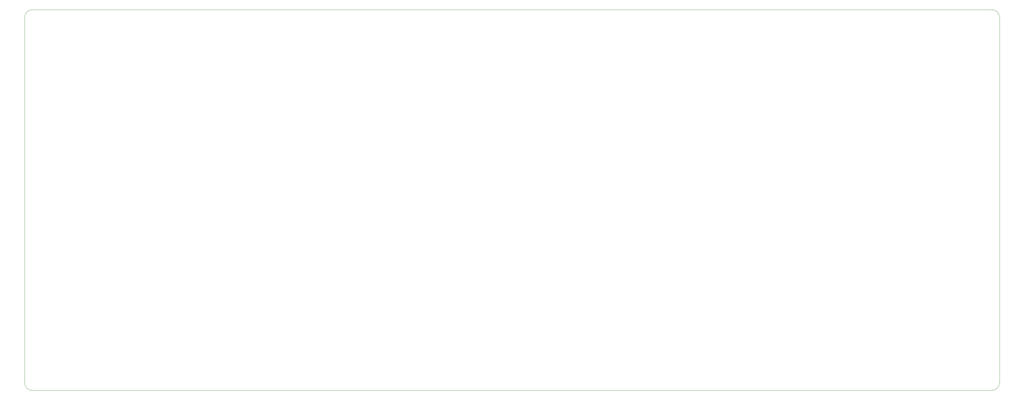
<source format=gbr>
%TF.GenerationSoftware,KiCad,Pcbnew,7.0.7*%
%TF.CreationDate,2023-10-07T20:29:56+07:00*%
%TF.ProjectId,physalis,70687973-616c-4697-932e-6b696361645f,rev?*%
%TF.SameCoordinates,Original*%
%TF.FileFunction,Profile,NP*%
%FSLAX46Y46*%
G04 Gerber Fmt 4.6, Leading zero omitted, Abs format (unit mm)*
G04 Created by KiCad (PCBNEW 7.0.7) date 2023-10-07 20:29:56*
%MOMM*%
%LPD*%
G01*
G04 APERTURE LIST*
%TA.AperFunction,Profile*%
%ADD10C,0.100000*%
%TD*%
G04 APERTURE END LIST*
D10*
X259556250Y-142875000D02*
X273843750Y-142875000D01*
X326231250Y-142875000D02*
X273843750Y-142875000D01*
X26193750Y-23812500D02*
G75*
G03*
X23812500Y-26193750I0J-2381250D01*
G01*
X23812500Y-140493750D02*
G75*
G03*
X26193750Y-142875000I2381250J0D01*
G01*
X328612500Y-26193750D02*
X328612500Y-140493750D01*
X259556250Y-142875000D02*
X26193750Y-142875000D01*
X326231250Y-23812500D02*
X26193750Y-23812500D01*
X23812500Y-140493750D02*
X23812500Y-26193750D01*
X326231250Y-142875000D02*
G75*
G03*
X328612500Y-140493750I-50J2381300D01*
G01*
X328612500Y-26193750D02*
G75*
G03*
X326231250Y-23812500I-2381300J-50D01*
G01*
M02*

</source>
